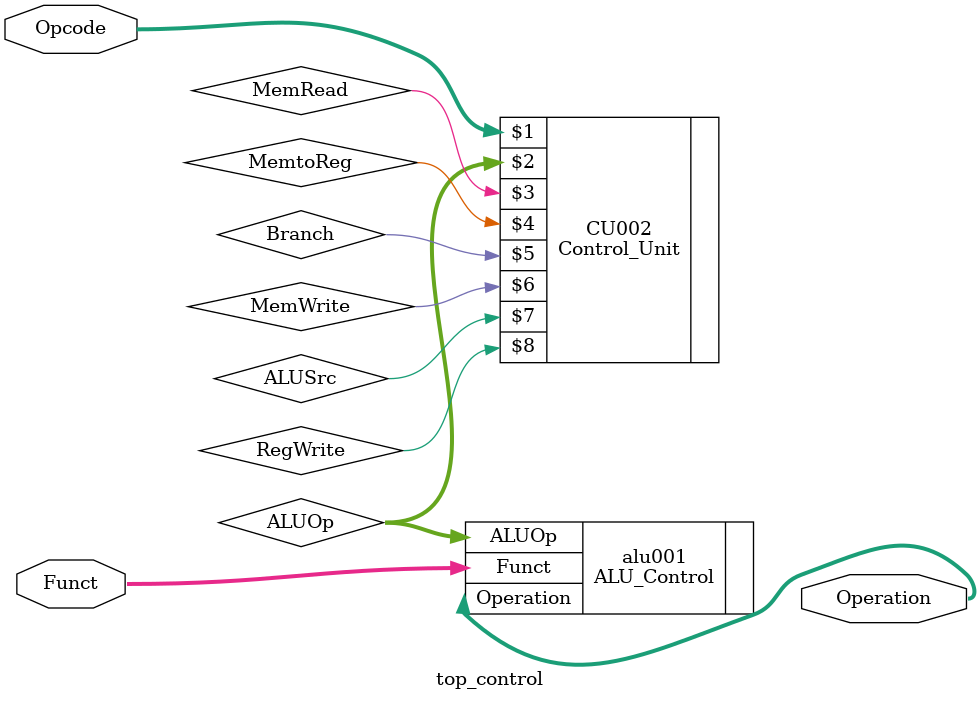
<source format=v>
module top_control(Opcode, Operation,Funct);
        input [6:0] Opcode;
        input [3:0] Funct;
        output wire [3:0] Operation;
            
              
        wire[1:0] ALUOp;
        wire MemRead;
        wire MemtoReg;
        wire Branch;
        wire MemWrite;
        wire ALUSrc;
        wire RegWrite;
        
        
        Control_Unit CU002
        ( 
            Opcode,ALUOp,MemRead,
            MemtoReg,Branch,MemWrite,
            ALUSrc,RegWrite
          
        );
        
         ALU_Control alu001 
        (
          .ALUOp(ALUOp),
          .Funct(Funct),
          .Operation(Operation)
        );
        
      endmodule
</source>
